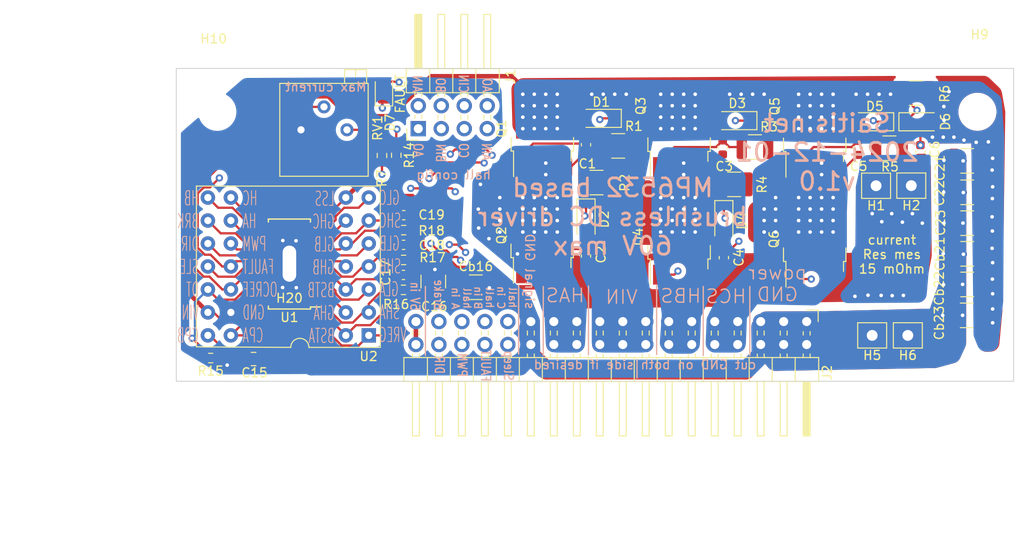
<source format=kicad_pcb>
(kicad_pcb (version 20211014) (generator pcbnew)
  (layers (0 "F.Cu" signal) (1 "In1.Cu" signal) (2 "In2.Cu" signal) (31 "B.Cu" signal) (34 "B.Paste" user) (35 "F.Paste" user) (36 "B.SilkS" user "B.Silkscreen") (37 "F.SilkS" user "F.Silkscreen") (38 "B.Mask" user) (39 "F.Mask" user) (44 "Edge.Cuts" user))
  (net 0 "")
  (net 1 "HAS")
  (net 2 "Net-(C1-Pad2)")
  (net 3 "Net-(C2-Pad2)")
  (net 4 "GND")
  (net 5 "LSS")
  (net 6 "Net-(C17-Pad2)")
  (net 7 "Net-(C18-Pad2)")
  (net 8 "Net-(C19-Pad2)")
  (net 9 "VIN")
  (net 10 "Net-(C3-Pad2)")
  (net 11 "Net-(C4-Pad2)")
  (net 12 "HBS")
  (net 13 "HCS")
  (net 14 "Net-(C5-Pad2)")
  (net 15 "Net-(C6-Pad2)")
  (net 16 "HAIN")
  (net 17 "HBIN")
  (net 18 "HCIN")
  (net 19 "Net-(D7-Pad2)")
  (net 20 "/SHA")
  (net 21 "/BSTA")
  (net 22 "/SHB")
  (net 23 "/SHC")
  (net 24 "/BSTB")
  (net 25 "/BSTC")
  (net 26 "/CPB")
  (net 27 "/CPA")
  (net 28 "/GHA")
  (net 29 "/GLA")
  (net 30 "/GHB")
  (net 31 "/GLB")
  (net 32 "/GHC")
  (net 33 "/GLC")
  (net 34 "/HA")
  (net 35 "/HB")
  (net 36 "/HC")
  (net 37 "/VREG")
  (net 38 "/nBRAKE")
  (net 39 "/PWM")
  (net 40 "/DIR")
  (net 41 "/nFAULT")
  (net 42 "/nSLEEP")
  (net 43 "/OCREF")
  (net 44 "/DT")
  (net 45 "Net-(R7-Pad1)")
  (net 46 "5V")
  (footprint "Package_TO_SOT_SMD:TO-252-2" (layer "F.Cu") (at 107.188 48.328 90)
    (fp_text reference "Q5")
    (fp_text value "Q_NMOS_GDS")
  )
  (footprint "Connector_Pin:Pin_D1.2mm_L10.2mm_W2.9mm_FlatFork" (layer "F.Cu") (at 117.86 54.56)
    (fp_text reference "H2")
    (fp_text value "MountingHole_Pad")
  )
  (footprint "Package_TO_SOT_SMD:TO-252-2" (layer "F.Cu") (at 77.089 48.26 90)
    (fp_text reference "Q1")
    (fp_text value "Q_NMOS_GDS")
  )
  (footprint "Diode_SMD:D_SOD-123" (layer "F.Cu") (at 81.915 58.28 -90)
    (fp_text reference "D2")
    (fp_text value "schottky 30V/1A B130LAW")
  )
  (footprint "Capacitor_SMD:C_0805_2012Metric" (layer "F.Cu") (at 45.18 73.74)
    (fp_text reference "C15")
    (fp_text value "470nF/100V")
  )
  (footprint "Resistor_SMD:R_1210_3225Metric" (layer "F.Cu") (at 118.364 44.323)
    (fp_text reference "R6")
    (fp_text value "2")
  )
  (footprint "Package_TO_SOT_SMD:TO-252-2" (layer "F.Cu") (at 107.188 60.478 90)
    (fp_text reference "Q6")
    (fp_text value "Q_NMOS_GDS")
  )
  (footprint "Resistor_SMD:R_1210_3225Metric" (layer "F.Cu") (at 98.29 54.42)
    (fp_text reference "R4")
    (fp_text value "2")
  )
  (footprint "Capacitor_SMD:C_0603_1608Metric" (layer "F.Cu") (at 97.022 50.336 90)
    (fp_text reference "C3")
    (fp_text value "C TBD")
  )
  (footprint "MountingHole:MountingHole_3.2mm_M3_DIN965" (layer "F.Cu") (at 41.17 46.39)
    (fp_text reference "H10")
    (fp_text value "MountingHole")
  )
  (footprint "Diode_SMD:D_SOD-123" (layer "F.Cu") (at 83.566 47.117 180)
    (fp_text reference "D1")
    (fp_text value "schottky 30V/1A B130LAW")
  )
  (footprint "Capacitor_SMD:C_0603_1608Metric" (layer "F.Cu") (at 118.87 50.85 90)
    (fp_text reference "C6")
    (fp_text value "C TBD")
  )
  (footprint "Resistor_SMD:R_1210_3225Metric" (layer "F.Cu") (at 83.08 54.22)
    (fp_text reference "R2")
    (fp_text value "2")
  )
  (footprint "Resistor_SMD:R_0603_1608Metric" (layer "F.Cu") (at 61.74 66.09 180)
    (fp_text reference "R16")
    (fp_text value "10")
  )
  (footprint "Capacitor_SMD:C_1210_3225Metric" (layer "F.Cu") (at 124.04 51.82 180)
    (fp_text reference "C21")
    (fp_text value "4.7uF")
  )
  (footprint "Capacitor_SMD:C_1210_3225Metric" (layer "F.Cu") (at 69.74 65.8)
    (fp_text reference "Cb16")
    (fp_text value "4.7uF")
  )
  (footprint "Capacitor_SMD:C_0603_1608Metric" (layer "F.Cu") (at 61.74 64.439)
    (fp_text reference "C17")
    (fp_text value "C")
  )
  (footprint "Resistor_SMD:R_0603_1608Metric" (layer "F.Cu") (at 60.95 51.2 -90)
    (fp_text reference "R14")
    (fp_text value "1000")
  )
  (footprint "Package_TO_SOT_SMD:TO-252-2" (layer "F.Cu") (at 92.203 48.304 90)
    (fp_text reference "Q3")
    (fp_text value "Q_NMOS_GDS")
  )
  (footprint "Potentiometer_THT:Potentiometer_Bourns_3296P_Horizontal" (layer "F.Cu") (at 55.499 48.387 -90)
    (fp_text reference "RV1")
    (fp_text value "1000")
  )
  (footprint "LED_SMD:LED_0805_2012Metric" (layer "F.Cu") (at 59.59 44.06 90)
    (fp_text reference "D7")
    (fp_text value "LED")
  )
  (footprint "Resistor_SMD:R_0603_1608Metric" (layer "F.Cu") (at 59.37 51.23 -90)
    (fp_text reference "R7")
    (fp_text value "1000")
  )
  (footprint "Capacitor_SMD:C_1210_3225Metric" (layer "F.Cu") (at 124.04 55.3 180)
    (fp_text reference "C22")
    (fp_text value "4.7uF")
  )
  (footprint "Resistor_SMD:R_1210_3225Metric" (layer "F.Cu") (at 115.443 50.419 180)
    (fp_text reference "R5")
    (fp_text value "2")
  )
  (footprint "Capacitor_SMD:C_1210_3225Metric" (layer "F.Cu") (at 124.04 58.71 180)
    (fp_text reference "C23")
    (fp_text value "4.7uF")
  )
  (footprint "Package_SO:TSSOP-28-1EP_4.4x9.7mm_P0.65mm" (layer "F.Cu") (at 49.14 63.23125 180)
    (fp_text reference "U1")
    (fp_text value "MP6532")
  )
  (footprint "Capacitor_SMD:C_0603_1608Metric" (layer "F.Cu") (at 61.77 57.829)
    (fp_text reference "C19")
    (fp_text value "C")
  )
  (footprint "Capacitor_SMD:C_1210_3225Metric" (layer "F.Cu") (at 124.04 62.1 180)
    (fp_text reference "Cb21")
    (fp_text value "4.7uF")
  )
  (footprint "Package_TO_SOT_SMD:TO-252-2" (layer "F.Cu") (at 92.203 60.207 90)
    (fp_text reference "Q4")
    (fp_text value "Q_NMOS_GDS")
  )
  (footprint "Resistor_SMD:R_1210_3225Metric" (layer "F.Cu") (at 85.471 50.165)
    (fp_text reference "R1")
    (fp_text value "2")
  )
  (footprint "Capacitor_SMD:C_0603_1608Metric" (layer "F.Cu") (at 61.755 61.11)
    (fp_text reference "C18")
    (fp_text value "C")
  )
  (footprint "Connector_Pin:Pin_D1.2mm_L10.2mm_W2.9mm_FlatFork" (layer "F.Cu") (at 113.538 71.125)
    (fp_text reference "H5")
    (fp_text value "MountingHole_Pad")
  )
  (footprint "Resistor_SMD:R_0603_1608Metric" (layer "F.Cu") (at 61.76 62.78 180)
    (fp_text reference "R17")
    (fp_text value "10")
  )
  (footprint "Connector_PinHeader_2.54mm:PinHeader_2x04_P2.54mm_Horizontal" (layer "F.Cu") (at 63.383 48.26 90)
    (fp_text reference "J1")
    (fp_text value "Conn_02x04_Odd_Even")
  )
  (footprint "MountingHole:MountingHole_3.2mm_M3_DIN965" (layer "F.Cu") (at 125.17 46.39)
    (fp_text reference "H9")
    (fp_text value "MountingHole")
  )
  (footprint "Capacitor_SMD:C_0603_1608Metric" (layer "F.Cu") (at 81.915 50.038 90)
    (fp_text reference "C1")
    (fp_text value "C TBD")
  )
  (footprint "Diode_SMD:D_SOD-123" (layer "F.Cu") (at 113.665 47.498 180)
    (fp_text reference "D5")
    (fp_text value "schottky 30V/1A B130LAW")
  )
  (footprint "Capacitor_SMD:C_1210_3225Metric" (layer "F.Cu") (at 123.99 68.91 180)
    (fp_text reference "Cb23")
    (fp_text value "4.7uF")
  )
  (footprint "Diode_SMD:D_SOD-123" (layer "F.Cu") (at 97.149 58.464 -90)
    (fp_text reference "D4")
    (fp_text value "schottky 30V/1A B130LAW")
  )
  (footprint "Capacitor_SMD:C_1210_3225Metric" (layer "F.Cu") (at 65.04 65.17 90)
    (fp_text reference "C16")
    (fp_text value "4.7uF")
  )
  (footprint "Diode_SMD:D_SOD-123" (layer "F.Cu") (at 98.552 47.371 180)
    (fp_text reference "D3")
    (fp_text value "schottky 30V/1A B130LAW")
  )
  (footprint "Capacitor_SMD:C_1210_3225Metric" (layer "F.Cu") (at 124.04 65.49 180)
    (fp_text reference "Cb22")
    (fp_text value "4.7uF")
  )
  (footprint "Library:28-pin-deca" (layer "F.Cu") (at 57.912 71.12 180)
    (fp_text reference "U2")
    (fp_text value "MP6532")
  )
  (footprint "Diode_SMD:D_SOD-123" (layer "F.Cu") (at 118.745 47.498)
    (fp_text reference "D6")
    (fp_text value "schottky 30V/1A B130LAW")
  )
  (footprint "Connector_Pin:Pin_D1.2mm_L10.2mm_W2.9mm_FlatFork" (layer "F.Cu") (at 113.97 54.57)
    (fp_text reference "H1")
    (fp_text value "MountingHole_Pad")
  )
  (footprint "Package_TO_SOT_SMD:TO-252-2" (layer "F.Cu") (at 77.075 60.055 90)
    (fp_text reference "Q2")
    (fp_text value "Q_NMOS_GDS")
  )
  (footprint "Connector_PinHeader_2.54mm:PinHeader_2x18_P2.54mm_Horizontal" (layer "F.Cu") (at 106.299 69.596 -90)
    (fp_text reference "J2")
    (fp_text value "Conn_02x20_Odd_Even")
  )
  (footprint "Connector_Pin:Pin_D1.2mm_L10.2mm_W2.9mm_FlatFork" (layer "F.Cu") (at 117.478 71.125)
    (fp_text reference "H6")
    (fp_text value "MountingHole_Pad")
  )
  (footprint "Resistor_SMD:R_1210_3225Metric" (layer "F.Cu") (at 100.584 50.292 180)
    (fp_text reference "R3")
    (fp_text value "2")
  )
  (footprint "Capacitor_SMD:C_0603_1608Metric" (layer "F.Cu") (at 97.149 62.528 90)
    (fp_text reference "C4")
    (fp_text value "C TBD")
  )
  (footprint "Connector_Pin:Pin_D1.2mm_L10.2mm_W2.9mm_FlatFork" (layer "F.Cu") (at 49.14 63.19)
    (fp_text reference "H20")
    (fp_text value "MountingHole_Pad" hide)
  )
  (footprint "Resistor_SMD:R_0603_1608Metric" (layer "F.Cu") (at 40.44 73.63 180)
    (fp_text reference "R15")
    (fp_text value "220K")
  )
  (footprint "Capacitor_SMD:C_0603_1608Metric" (layer "F.Cu") (at 81.915 62.344 90)
    (fp_text reference "C2")
    (fp_text value "C TBD")
  )
  (footprint "Capacitor_SMD:C_0603_1608Metric" (layer "F.Cu") (at 111.957 50.386 90)
    (fp_text reference "C5")
    (fp_text value "C TBD")
  )
  (footprint "Resistor_SMD:R_0603_1608Metric" (layer "F.Cu") (at 61.77 59.48 180)
    (fp_text reference "R18")
    (fp_text value "10")
  )
  (gr_line (start 82.19 73.29) (end 82.19 65.67) (layer "B.SilkS") (width 0.15))
  (gr_line (start 89.72 73.24) (end 89.72 65.62) (layer "B.SilkS") (width 0.15))
  (gr_line (start 64.17 73.34) (end 64.17 65.72) (layer "B.SilkS") (width 0.15))
  (gr_line (start 77.19 73.34) (end 77.19 65.72) (layer "B.SilkS") (width 0.15))
  (gr_line (start 100.02 73.34) (end 100.02 65.72) (layer "B.SilkS") (width 0.15))
  (gr_line (start 74.47 73.19) (end 74.47 65.57) (layer "B.SilkS") (width 0.15))
  (gr_line (start 87.55 73.81) (end 87.55 75.84) (layer "B.SilkS") (width 0.15))
  (gr_line (start 94.87 73.34) (end 94.87 65.72) (layer "B.SilkS") (width 0.15))
  (gr_rect (start 36.64 41.6) (end 129.17 76.2) (layer "Edge.Cuts") (width 0.1) (fill none))
  (gr_text "signal GND" (at 75.7 64.04 270) (layer "B.SilkS") (effects (font (size 1 1)) (justify mirror)))
  (gr_text "AIN" (at 70.91 50.81 270) (layer "B.SilkS") (effects (font (size 1 0.8)) (justify mirror)))
  (gr_text "BIN" (at 65.85 50.95 270) (layer "B.SilkS") (effects (font (size 1 0.8)) (justify mirror)))
  (gr_text "hall\nA in" (at 68.13 67.02 270) (layer "B.SilkS") (effects (font (size 0.8 0.8)) (justify mirror)))
  (gr_text "HC\nHA\nPWM\nFAULT\nOCREF\nGND\nCPA" (at 43.9 63.55) (layer "B.SilkS") (effects (font (size 1.57 0.8) (thickness 0.1)) (justify right mirror)))
  (gr_text "HAS" (at 79.62 66.71) (layer "B.SilkS") (effects (font (size 1.5 1.5)) (justify mirror)))
  (gr_text "CO" (at 68.38 50.69 270) (layer "B.SilkS") (effects (font (size 1 0.8)) (justify mirror)))
  (gr_text "FAULT" (at 70.84 74.48 270) (layer "B.SilkS") (effects (font (size 1 0.8)) (justify mirror)))
  (gr_text "HBS" (at 92.39 66.76) (layer "B.SilkS") (effects (font (size 1.5 1.5)) (justify mirror)))
  (gr_text "hall\nC in" (at 73.16 66.94 270) (layer "B.SilkS") (effects (font (size 0.8 0.8)) (justify mirror)))
  (gr_text "AIN" (at 63.27 43.29 270) (layer "B.SilkS") (effects (font (size 1 0.8)) (justify mirror)))
  (gr_text "GLC\nSHC\nGLB\nSHB\nGLA\nSHA\nVREG" (at 59.01 63.5) (layer "B.SilkS") (effects (font (size 1.57 0.8) (thickness 0.1)) (justify right mirror)))
  (gr_text "HCS" (at 97.39 66.81) (layer "B.SilkS") (effects (font (size 1.5 1.5)) (justify mirror)))
  (gr_text "CIN" (at 68.38 43.29 270) (layer "B.SilkS") (effects (font (size 1 0.8)) (justify mirror)))
  (gr_text "hall\nB in" (at 70.62 66.96 270) (layer "B.SilkS") (effects (font (size 0.8 0.8)) (justify mirror)))
  (gr_text "Saitis.net\n2024-12-01\nv1.0" (at 108.56 50.87) (layer "B.SilkS") (effects (font (size 2 2) (thickness 0.3)) (justify mirror)))
  (gr_text "MP6532 based\nbrushless DC driver\n60V max" (at 84.87 58.01) (layer "B.SilkS") (effects (font (size 2 2) (thickness 0.3)) (justify mirror)))
  (gr_text "power\nGND" (at 103.08 65.39) (layer "B.SilkS") (effects (font (size 1.5 1.5)) (justify mirror)))
  (gr_text "BO" (at 65.82 43.46 270) (layer "B.SilkS") (effects (font (size 1 0.8)) (justify mirror)))
  (gr_text "Sleep" (at 73.36 74.48 270) (layer "B.SilkS") (effects (font (size 1 0.8)) (justify mirror)))
  (gr_text "cut GND on both side if desired" (at 88.43 74.36) (layer "B.SilkS") (effects (font (size 1 1)) (justify mirror)))
  (gr_text "LSS\nGHC\nGLB\nGHB\nBSTB\nGHA\nBSTA" (at 54.19 63.6) (layer "B.SilkS") (effects (font (size 1.57 0.8) (thickness 0.1)) (justify left mirror)))
  (gr_text "VIN" (at 85.85 66.88) (layer "B.SilkS") (effects (font (size 1.5 1.5)) (justify mirror)))
  (gr_text "5V in" (at 63.02 66.8 270) (layer "B.SilkS") (effects (font (size 1 0.8)) (justify mirror)))
  (gr_text "Max current" (at 53.17 43.64) (layer "B.SilkS") (effects (font (size 1 1)) (justify mirror)))
  (gr_text "HB\nBRK\nDIR\nSLE\nDT\nVIN\nCPB" (at 39.2 63.55) (layer "B.SilkS") (effects (font (size 1.57 0.8) (thickness 0.1)) (justify left mirror)))
  (gr_text "DIR" (at 65.72 74.38 270) (layer "B.SilkS") (effects (font (size 1 0.8)) (justify mirror)))
  (gr_text "hall config" (at 67.29 53.36) (layer "B.SilkS") (effects (font (size 1 1)) (justify mirror)))
  (gr_text "PWM" (at 68.23 74.4 270) (layer "B.SilkS") (effects (font (size 1 0.8)) (justify mirror)))
  (gr_text "AO" (at 63.36 50.64 270) (layer "B.SilkS") (effects (font (size 1 0.8)) (justify mirror)))
  (gr_text "Brake\n" (at 65.64 66.64 270) (layer "B.SilkS") (effects (font (size 1 0.8)) (justify mirror)))
  (gr_text "AO" (at 70.98 43.46 270) (layer "B.SilkS") (effects (font (size 1 0.8)) (justify mirror)))
  (gr_text "current\nRes mes\n15 mOhm" (at 115.72 62.17) (layer "F.SilkS") (effects (font (size 1 1))))
  (gr_text "FAULT" (at 61.38 44.4 90) (layer "F.SilkS") (effects (font (size 1 1))))
  (segment (start 81.915 50.813) (end 80.268 52.46) (width 0.25) (layer "F.Cu") (net 1))
  (segment (start 80.268 52.46) (end 79.369 52.46) (width 0.25) (layer "F.Cu") (net 1))
  (via (at 77.47 52.07) (size 0.8) (drill 0.4) (layers "F.Cu" "B.Cu") (net 1))
  (via (at 72.39 55.88) (size 0.8) (drill 0.4) (layers "F.Cu" "B.Cu") (net 1))
  (via (at 72.39 58.42) (size 0.8) (drill 0.4) (layers "F.Cu" "B.Cu") (net 1))
  (via (at 74.93 55.88) (size 0.8) (drill 0.4) (layers "F.Cu" "B.Cu") (net 1))
  (via (at 77.47 57.15) (size 0.8) (drill 0.4) (layers "F.Cu" "B.Cu") (net 1))
  (via (at 70.25 54.42) (size 0.8) (drill 0.4) (layers "F.Cu" "B.Cu") (net 1))
  (via (at 76.2 59.69) (size 0.8) (drill 0.4) (layers "F.Cu" "B.Cu") (net 1))
  (via (at 70.01 57.16) (size 0.8) (drill 0.4) (layers "F.Cu" "B.Cu") (net 1))
  (via (at 74.93 59.69) (size 0.8) (drill 0.4) (layers "F.Cu" "B.Cu") (net 1))
  (via (at 78.74 58.42) (size 0.8) (drill 0.4) (layers "F.Cu" "B.Cu") (net 1))
  (via (at 74.93 58.42) (size 0.8) (drill 0.4) (layers "F.Cu" "B.Cu") (net 1))
  (via (at 77.47 59.69) (size 0.8) (drill 0.4) (layers "F.Cu" "B.Cu") (net 1))
  (via (at 76.2 57.15) (size 0.8) (drill 0.4) (layers "F.Cu" "B.Cu") (net 1))
  (via (at 78.74 59.69) (size 0.8) (drill 0.4) (layers "F.Cu" "B.Cu") (net 1))
  (via (at 70.05 59.25) (size 0.8) (drill 0.4) (layers "F.Cu" "B.Cu") (net 1))
  (via (at 78.74 57.15) (size 0.8) (drill 0.4) (layers "F.Cu" "B.Cu") (net 1))
  (via (at 77.47 58.42) (size 0.8) (drill 0.4) (layers "F.Cu" "B.Cu") (net 1))
  (via (at 77.47 55.88) (size 0.8) (drill 0.4) (layers "F.Cu" "B.Cu") (net 1))
  (via (at 76.2 55.88) (size 0.8) (drill 0.4) (layers "F.Cu" "B.Cu") (net 1))
  (via (at 72.39 57.15) (size 0.8) (drill 0.4) (layers "F.Cu" "B.Cu") (net 1))
  (via (at 74.34 62.11) (size 0.8) (drill 0.4) (layers "F.Cu" "B.Cu") (net 1))
  (via (at 77.47 53.34) (size 0.8) (drill 0.4) (layers "F.Cu" "B.Cu") (net 1))
  (via (at 71.19 60.43) (size 0.8) (drill 0.4) (layers "F.Cu" "B.Cu") (net 1))
  (via (at 72.39 59.69) (size 0.8) (drill 0.4) (layers "F.Cu" "B.Cu") (net 1))
  (via (at 76.2 58.42) (size 0.8) (drill 0.4) (layers "F.Cu" "B.Cu") (net 1))
  (via (at 78.74 55.88) (size 0.8) (drill 0.4) (layers "F.Cu" "B.Cu") (net 1))
  (via (at 74.93 57.15) (size 0.8) (drill 0.4) (layers "F.Cu" "B.Cu") (net 1))
  (segment (start 81.915 47.118) (end 81.916 47.117) (width 0.25) (layer "F.Cu") (net 2))
  (segment (start 74.809 51.175) (end 76.073 49.911) (width 0.25) (layer "F.Cu") (net 2))
  (segment (start 86.07 46.192) (end 86.9335 47.0555) (width 0.25) (layer "F.Cu") (net 2))
  (segment (start 86.9335 47.0555) (end 86.9335 50.165) (width 0.25) (layer "F.Cu") (net 2))
  (segment (start 81.915 49.263) (end 81.915 47.118) (width 0.25) (layer "F.Cu") (net 2))
  (segment (start 81.916 46.735) (end 82.459 46.192) (width 0.25) (layer "F.Cu") (net 2))
  (segment (start 74.809 52.46) (end 74.809 51.175) (width 0.25) (layer "F.Cu") (net 2))
  (segment (start 82.459 46.192) (end 86.07 46.192) (width 0.25) (layer "F.Cu") (net 2))
  (segment (start 76.073 49.911) (end 81.267 49.911) (width 0.25) (layer "F.Cu") (net 2))
  (segment (start 81.267 49.911) (end 81.915 49.263) (width 0.25) (layer "F.Cu") (net 2))
  (segment (start 81.916 47.117) (end 81.916 46.735) (width 0.25) (layer "F.Cu") (net 2))
  (segment (start 74.795 63.635) (end 76.861 61.569) (width 0.25) (layer "F.Cu") (net 3))
  (segment (start 81.915 59.93) (end 81.915 59.309) (width 0.25) (layer "F.Cu") (net 3))
  (segment (start 76.861 61.569) (end 81.915 61.569) (width 0.25) (layer "F.Cu") (net 3))
  (segment (start 81.915 59.309) (end 84.9015 56.3225) (width 0.25) (layer "F.Cu") (net 3))
  (segment (start 74.795 64.255) (end 74.795 63.635) (width 0.25) (layer "F.Cu") (net 3))
  (segment (start 81.915 61.569) (end 81.915 59.93) (width 0.25) (layer "F.Cu") (net 3))
  (segment (start 84.9015 56.3225) (end 84.9015 53.721) (width 0.25) (layer "F.Cu") (net 3))
  (segment (start 41.265 73.63) (end 41.48 73.63) (width 0.25) (layer "F.Cu") (net 4))
  (segment (start 99.557081 75) (end 77.54 75) (width 2) (layer "F.Cu") (net 4))
  (segment (start 75.819 73.279) (end 75.819 69.596) (width 2) (layer "F.Cu") (net 4))
  (segment (start 45.499 65.521) (end 42.672 68.348) (width 0.25) (layer "F.Cu") (net 4))
  (segment (start 41.48 73.63) (end 42.26 74.41) (width 0.25) (layer "F.Cu") (net 4))
  (segment (start 101.219 73.338081) (end 99.557081 75) (width 2) (layer "F.Cu") (net 4))
  (segment (start 42.672 68.348) (end 42.672 68.58) (width 0.25) (layer "F.Cu") (net 4))
  (segment (start 46.299 65.521) (end 45.499 65.521) (width 0.25) (layer "F.Cu") (net 4))
  (segment (start 101.219 72.136) (end 101.219 73.338081) (width 2) (layer "F.Cu") (net 4))
  (segment (start 77.54 75) (end 75.819 73.279) (width 2) (layer "F.Cu") (net 4))
  (via (at 121.39 62.09) (size 0.8) (drill 0.4) (layers "F.Cu" "B.Cu") (net 4))
  (via (at 121.44 55.29) (size 0.8) (drill 0.4) (layers "F.Cu" "B.Cu") (net 4))
  (via (at 121.42 65.51) (size 0.8) (drill 0.4) (layers "F.Cu" "B.Cu") (net 4))
  (via (at 121.33 68.9) (size 0.8) (drill 0.4) (layers "F.Cu" "B.Cu") (net 4))
  (via (at 49.9 65.85) (size 0.8) (drill 0.4) (layers "F.Cu" "B.Cu") (net 4))
  (via (at 48.39 65.83) (size 0.8) (drill 0.4) (layers "F.Cu" "B.Cu") (net 4))
  (via (at 65.22 63.83) (size 0.8) (drill 0.4) (layers "F.Cu" "B.Cu") (net 4))
  (via (at 121.47 58.7) (size 0.8) (drill 0.4) (layers "F.Cu" "B.Cu") (net 4))
  (via (at 123.53 68.9) (size 0.8) (drill 0.4) (layers "F.Cu" "B.Cu") (net 4))
  (via (at 49.87 60.66) (size 0.8) (drill 0.4) (layers "F.Cu" "B.Cu") (net 4))
  (via (at 42.26 74.41) (size 0.8) (drill 0.4) (layers "F.Cu" "B.Cu") (net 4))
  (via (at 123.59 51.82) (size 0.8) (drill 0.4) (layers "F.Cu" "B.Cu") (net 4))
  (via (at 123.53 65.48) (size 0.8) (drill 0.4) (layers "F.Cu" "B.Cu") (net 4))
  (via (at 123.57 58.7) (size 0.8) (drill 0.4) (layers "F.Cu" "B.Cu") (net 4))
  (via (at 123.62 62.15) (size 0.8) (drill 0.4) (layers "F.Cu" "B.Cu") (net 4))
  (via (at 48.41 60.63) (size 0.8) (drill 0.4) (layers "F.Cu" "B.Cu") (net 4))
  (via (at 123.61 55.32) (size 0.8) (drill 0.4) (layers "F.Cu" "B.Cu") (net 4))
  (via (at 121.47 51.75) (size 0.8) (drill 0.4) (layers "F.Cu" "B.Cu") (net 4))
  (via (at 71.23 65.87) (size 0.8) (drill 0.4) (layers "F.Cu" "B.Cu") (net 4))
  (segment (start 51.58 74.55) (end 49.25 72.22) (width 2) (layer "B.Cu") (net 4))
  (segment (start 101.219 73.338081) (end 99.754081 74.803) (width 2) (layer "B.Cu") (net 4))
  (segment (start 75.819 73.406) (end 75.819 72.136) (width 2) (layer "B.Cu") (net 4))
  (segment (start 47.69 68.58) (end 42.672 68.58) (width 2) (layer "B.Cu") (net 4))
  (segment (start 75.819 72.136) (end 75.819 69.596) (width 2) (layer "B.Cu") (net 4))
  (segment (start 99.754081 74.803) (end 79.367 74.803) (width 2) (layer "B.Cu") (net 4))
  (segment (start 50.419 56.781) (end 50.419 48.387) (width 2) (layer "B.Cu") (net 4))
  (segment (start 49.25 69.6) (end 49.25 69.44) (width 2) (layer "B.Cu") (net 4))
  (segment (start 101.219 72.136) (end 101.219 73.338081) (width 2) (layer "B.Cu") (net 4))
  (segment (start 77.216 74.803) (end 75.819 73.406) (width 2) (layer "B.Cu") (net 4))
  (segment (start 49.25 60.19) (end 49.25 57.95) (width 2) (layer "B.Cu") (net 4))
  (segment (start 75.819 73.338081) (end 74.607081 74.55) (width 2) (layer "B.Cu") (net 4))
  (segment (start 49.25 69.44) (end 48.04 68.23) (width 2) (layer "B.Cu") (net 4))
  (segment (start 49.25 69.6) (end 49.25 60.19) (width 2) (layer "B.Cu") (net 4))
  (segment (start 79.367 74.803) (end 77.216 74.803) (width 2) (layer "B.Cu") (net 4))
  (segment (start 75.819 72.136) (end 75.819 73.338081) (width 2) (layer "B.Cu") (net 4))
  (segment (start 48.04 68.23) (end 47.69 68.58) (width 2) (layer "B.Cu") (net 4))
  (segment (start 74.607081 74.55) (end 51.58 74.55) (width 2) (layer "B.Cu") (net 4))
  (segment (start 49.25 72.22) (end 49.25 69.6) (width 2) (layer "B.Cu") (net 4))
  (segment (start 49.25 57.95) (end 50.419 56.781) (width 2) (layer "B.Cu") (net 4))
  (segment (start 67.62 63.66) (end 66.276998 62.316998) (width 0.5) (layer "F.Cu") (net 5))
  (segment (start 58.65 54.43) (end 56.822 54.43) (width 0.5) (layer "F.Cu") (net 5))
  (segment (start 79.355 64.255) (end 78.76 63.66) (width 0.5) (layer "F.Cu") (net 5))
  (segment (start 76.615 65.805) (end 73.745 65.805) (width 0.5) (layer "F.Cu") (net 5))
  (segment (start 56.822 54.43) (end 55.372 55.88) (width 0.5) (layer "F.Cu") (net 5))
  (segment (start 59.93 55.71) (end 58.65 54.43) (width 0.5) (layer "F.Cu") (net 5))
  (segment (start 63.82 56.82) (end 62.71 55.71) (width 0.5) (layer "F.Cu") (net 5))
  (segment (start 66.276998 62.316998) (end 64.786998 62.316998) (width 0.5) (layer "F.Cu") (net 5))
  (segment (start 52.231 59.021) (end 55.372 55.88) (width 0.25) (layer "F.Cu") (net 5))
  (segment (start 63.82 61.35) (end 63.82 56.82) (width 0.5) (layer "F.Cu") (net 5))
  (segment (start 73.745 65.805) (end 71.6 63.66) (width 0.5) (layer "F.Cu") (net 5))
  (segment (start 51.999 59.021) (end 52.231 59.021) (width 0.25) (layer "F.Cu") (net 5))
  (segment (start 62.71 55.71) (end 59.93 55.71) (width 0.5) (layer "F.Cu") (net 5))
  (segment (start 78.76 63.66) (end 76.615 65.805) (width 0.5) (layer "F.Cu") (net 5))
  (segment (start 71.6 63.66) (end 67.62 63.66) (width 0.5) (layer "F.Cu") (net 5))
  (segment (start 64.786998 62.316998) (end 63.82 61.35) (width 0.5) (layer "F.Cu") (net 5))
  (via (at 119.08 58.71) (size 0.8) (drill 0.4) (layers "F.Cu" "B.Cu") (net 5))
  (via (at 114.6 58.55) (size 0.8) (drill 0.4) (layers "F.Cu" "B.Cu") (net 5))
  (via (at 113.08 66.68) (size 0.8) (drill 0.4) (layers "F.Cu" "B.Cu") (net 5))
  (via (at 115.697 57.658) (size 0.8) (drill 0.4) (layers "F.Cu" "B.Cu") (net 5))
  (via (at 114.53 66.7) (size 0.8) (drill 0.4) (layers "F.Cu" "B.Cu") (net 5))
  (via (at 113.538 57.658) (size 0.8) (drill 0.4) (layers "F.Cu" "B.Cu") (net 5))
  (via (at 116.99 66.7) (size 0.8) (drill 0.4) (layers "F.Cu" "B.Cu") (net 5))
  (via (at 117.983 57.658) (size 0.8) (drill 0.4) (layers "F.Cu" "B.Cu") (net 5))
  (via (at 115.75 66.73) (size 0.8) (drill 0.4) (layers "F.Cu" "B.Cu") (net 5))
  (via (at 116.88 58.6) (size 0.8) (drill 0.4) (layers "F.Cu" "B.Cu") (net 5))
  (via (at 111.633 66.802) (size 0.8) (drill 0.4) (layers "F.Cu" "B.Cu") (net 5))
  (segment (start 62.515 66.04) (end 62.565 66.09) (width 0.25) (layer "F.Cu") (net 6))
  (segment (start 62.515 64.439) (end 62.515 66.04) (width 0.25) (layer "F.Cu") (net 6))
  (segment (start 62.53 61.11) (end 62.53 62.725) (width 0.25) (layer "F.Cu") (net 7))
  (segment (start 62.53 62.725) (end 62.585 62.78) (width 0.25) (layer "F.Cu") (net 7))
  (segment (start 62.545 59.43) (end 62.595 59.48) (width 0.25) (layer "F.Cu") (net 8))
  (segment (start 62.545 57.829) (end 62.545 59.43) (width 0.25) (layer "F.Cu") (net 8))
  (segment (start 41.89269 69.705) (end 40.76769 68.58) (width 0.25) (layer "F.Cu") (net 9))
  (segment (start 43.797 67.873) (end 43.797 69.073) (width 0.25) (layer "F.Cu") (net 9))
  (segment (start 37.835998 55.136853) (end 37.835998 66.283998) (width 0.5) (layer "F.Cu") (net 9))
  (segment (start 64.804522 42.46) (end 60.374522 46.89) (width 0.5) (layer "F.Cu") (net 9))
  (segment (start 46.299 66.171) (end 45.499 66.171) (width 0.25) (layer "F.Cu") (net 9))
  (segment (start 53.44363 44.677) (end 48.354843 44.677) (width 0.5) (layer "F.Cu") (net 9))
  (segment (start 60.374522 46.89) (end 55.65663 46.89) (width 0.5) (layer "F.Cu") (net 9))
  (segment (start 37.835998 66.283998) (end 40.132 68.58) (width 0.5) (layer "F.Cu") (net 9))
  (segment (start 73.689 42.46) (end 64.804522 42.46) (width 0.5) (layer "F.Cu") (net 9))
  (segment (start 48.354843 44.677) (end 39.300845 53.730998) (width 0.5) (layer "F.Cu") (net 9))
  (segment (start 55.65663 46.89) (end 53.44363 44.677) (width 0.5) (layer "F.Cu") (net 9))
  (segment (start 39.241853 53.730998) (end 37.835998 55.136853) (width 0.5) (layer "F.Cu") (net 9))
  (segment (start 77.089 45.86) (end 73.689 42.46) (width 0.5) (layer "F.Cu") (net 9))
  (segment (start 43.165 69.705) (end 41.89269 69.705) (width 0.25) (layer "F.Cu") (net 9))
  (segment (start 43.797 69.073) (end 43.165 69.705) (width 0.25) (layer "F.Cu") (net 9))
  (segment (start 40.76769 68.58) (end 40.132 68.58) (width 0.25) (layer "F.Cu") (net 9))
  (segment (start 39.300845 53.730998) (end 39.241853 53.730998) (width 0.5) (layer "F.Cu") (net 9))
  (segment (start 45.499 66.171) (end 43.797 67.873) (width 0.25) (layer "F.Cu") (net 9))
  (segment (start 77.089 46.16) (end 77.089 45.86) (width 0.5) (layer "F.Cu") (net 9))
  (via (at 97.79 44.45) (size 0.8) (drill 0.4) (layers "F.Cu" "B.Cu") (net 9))
  (via (at 92.71 48.26) (size 0.8) (drill 0.4) (layers "F.Cu" "B.Cu") (net 9))
  (via (at 109.22 48.26) (size 0.8) (drill 0.4) (layers "F.Cu" "B.Cu") (net 9))
  (via (at 106.68 44.45) (size 0.8) (drill 0.4) (layers "F.Cu" "B.Cu") (net 9))
  (via (at 126.85 63.08) (size 0.8) (drill 0.4) (layers "F.Cu" "B.Cu") (net 9))
  (via (at 120.2 49.2) (size 0.8) (drill 0.4) (layers "F.Cu" "B.Cu") (net 9))
  (via (at 91.44 45.72) (size 0.8) (drill 0.4) (layers "F.Cu" "B.Cu") (net 9))
  (via (at 76.2 46.99) (size 0.8) (drill 0.4) (layers "F.Cu" "B.Cu") (net 9))
  (via (at 91.44 48.26) (size 0.8) (drill 0.4) (layers "F.Cu" "B.Cu") (net 9))
  (via (at 93.98 44.45) (size 0.8) (drill 0.4) (layers "F.Cu" "B.Cu") (net 9))
  (via (at 77.47 48.26) (size 0.8) (drill 0.4) (layers "F.Cu" "B.Cu") (net 9))
  (via (at 93.98 48.26) (size 0.8) (drill 0.4) (layers "F.Cu" "B.Cu") (net 9))
  (via (at 114.3 44.45) (size 0.8) (drill 0.4) (layers "F.Cu" "B.Cu") (net 9))
  (via (at 78.74 44.45) (size 0.8) (drill 0.4) (layers "F.Cu" "B.Cu") (net 9))
  (via (at 90.17 45.72) (size 0.8) (drill 0.4) (layers "F.Cu" "B.Cu") (net 9))
  (via (at 126.85 54.69) (size 0.8) (drill 0.4) (layers "F.Cu" "B.Cu") (net 9))
  (via (at 107.95 45.72) (size 0.8) (drill 0.4) (layers "F.Cu" "B.Cu") (net 9))
  (via (at 126.85 66.52) (size 0.8) (drill 0.4) (layers "F.Cu" "B.Cu") (net 9))
  (via (at 93.98 45.72) (size 0.8) (drill 0.4) (layers "F.Cu" "B.Cu") (net 9))
  (via (at 106.68 45.72) (size 0.8) (drill 0.4) (layers "F.Cu" "B.Cu") (net 9))
  (via (at 122.03 44.16) (size 0.8) (drill 0.4) (layers "F.Cu" "B.Cu") (net 9))
  (via (at 123.68 49.53) (size 0.8) (drill 0.4) (layers "F.Cu" "B.Cu") (net 9))
  (via (at 126.38 49.72) (size 0.8) (drill 0.4) (layers "F.Cu" "B.Cu") (net 9))
  (via (at 90.17 48.26) (size 0.8) (drill 0.4) (layers "F.Cu" "B.Cu") (net 9))
  (via (at 122.57 49.2) (size 0.8) (drill 0.4) (layers "F.Cu" "B.Cu") (net 9))
  (via (at 86.36 44.45) (size 0.8) (drill 0.4) (layers "F.Cu" "B.Cu") (net 9))
  (via (at 121.46 45.81) (size 0.8) (drill 0.4) (layers "F.Cu" "B.Cu") (net 9))
  (via (at 90.17 46.99) (size 0.8) (drill 0.4) (layers "F.Cu" "B.Cu") (net 9))
  (via (at 121.39 49.2) (size 0.8) (drill 0.4) (layers "F.Cu" "B.Cu") (net 9))
  (via (at 74.93 44.45) (size 0.8) (drill 0.4) (layers "F.Cu" "B.Cu") (net 9))
  (via (at 74.93 45.72) (size 0.8) (drill 0.4) (layers "F.Cu" "B.Cu") (net 9))
  (via (at 78.74 45.72) (size 0.8) (drill 0.4) (layers "F.Cu" "B.Cu") (net 9))
  (via (at 82.55 44.45) (size 0.8) (drill 0.4) (layers "F.Cu" "B.Cu") (net 9))
  (via (at 107.95 44.45) (size 0.8) (drill 0.4) (layers "F.Cu" "B.Cu") (net 9))
  (via (at 111.76 44.45) (size 0.8) (drill 0.4) (layers "F.Cu" "B.Cu") (net 9))
  (via (at 126.82 59.58) (size 0.8) (drill 0.4) (layers "F.Cu" "B.Cu") (net 9))
  (via (at 91.44 46.99) (size 0.8) (drill 0.4) (layers "F.Cu" "B.Cu") (net 9))
  (via (at 74.93 48.26) (size 0.8) (drill 0.4) (layers "F.Cu" "B.Cu") (net 9))
  (via (at 76.2 48.26) (size 0.8) (drill 0.4) (layers "F.Cu" "B.Cu") (net 9))
  (via (at 109.22 46.99) (size 0.8) (drill 0.4) (layers "F.Cu" "B.Cu") (net 9))
  (via (at 74.93 46.99) (size 0.8) (drill 0.4) (layers "F.Cu" "B.Cu") (net 9))
  (via (at 113.03 44.45) (size 0.8) (drill 0.4) (layers "F.Cu" "B.Cu") (net 9))
  (via (at 125.03 49.77) (size 0.8) (drill 0.4) (layers "F.Cu" "B.Cu") (net 9))
  (via (at 105.41 44.45) (size 0.8) (drill 0.4) (layers "F.Cu" "B.Cu") (net 9))
  (via (at 93.98 46.99) (size 0.8) (drill 0.4) (layers "F.Cu" "B.Cu") (net 9))
  (via (at 101.6 44.45) (size 0.8) (drill 0.4) (layers "F.Cu" "B.Cu") (net 9))
  (via (at 78.74 46.99) (size 0.8) (drill 0.4) (layers "F.Cu" "B.Cu") (net 9))
  (via (at 77.47 46.99) (size 0.8) (drill 0.4) (layers "F.Cu" "B.Cu") (net 9))
  (via (at 126.82 55.99) (size 0.8) (drill 0.4) (layers "F.Cu" "B.Cu") (net 9))
  (via (at 126.85 69.73) (size 0.8) (drill 0.4) (layers "F.Cu" "B.Cu") (net 9))
  (via (at 126.79 58.01) (size 0.8) (drill 0.4) (layers "F.Cu" "B.Cu") (net 9))
  (via (at 126.79 52.84) (size 0.8) (drill 0.4) (layers "F.Cu" "B.Cu") (net 9))
  (via (at 126.79 61.49) (size 0.8) (drill 0.4) (layers "F.Cu" "B.Cu") (net 9))
  (via (at 99.06 44.45) (size 0.8) (drill 0.4) (layers "F.Cu" "B.Cu") (net 9))
  (via (at 91.44 44.45) (size 0.8) (drill 0.4) (layers "F.Cu" "B.Cu") (net 9))
  (via (at 83.82 44.45) (size 0.8) (drill 0.4) (layers "F.Cu" "B.Cu") (net 9))
  (via (at 85.09 44.45) (size 0.8) (drill 0.4) (layers "F.Cu" "B.Cu") (net 9))
  (via (at 121.48 47.35) (size 0.8) (drill 0.4) (layers "F.Cu" "B.Cu") (net 9))
  (via (at 105.41 48.26) (size 0.8) (drill 0.4) (layers "F.Cu" "B.Cu") (net 9))
  (via (at 92.71 44.45) (size 0.8) (drill 0.4) (layers "F.Cu" "B.Cu") (net 9))
  (via (at 105.41 46.99) (size 0.8) (drill 0.4) (layers "F.Cu" "B.Cu") (net 9))
  (via (at 92.71 46.99) (size 0.8) (drill 0.4) (layers "F.Cu" "B.Cu") (net 9))
  (via (at 78.74 48.26) (size 0.8) (drill 0.4) (layers "F.Cu" "B.Cu") (net 9))
  (via (at 100.33 44.45) (size 0.8) (drill 0.4) (layers "F.Cu" "B.Cu") (net 9))
  (via (at 106.68 48.26) (size 0.8) (drill 0.4) (layers "F.Cu" "B.Cu") (net 9))
  (via (at 126.85 51.53) (size 0.8) (drill 0.4) (layers "F.Cu" "B.Cu") (net 9))
  (via (at 109.22 44.45) (size 0.8) (drill 0.4) (layers "F.Cu" "B.Cu") (net 9))
  (via (at 77.47 45.72) (size 0.8) (drill 0.4) (layers "F.Cu" "B.Cu") (net 9))
  (via (at 105.41 45.72) (size 0.8) (drill 0.4) (layers "F.Cu" "B.Cu") (net 9))
  (via (at 126.85 68.2) (size 0.8) (drill 0.4) (layers "F.Cu" "B.Cu") (net 9))
  (via (at 106.68 46.99) (size 0.8) (drill 0.4) (layers "F.Cu" "B.Cu") (net 9))
  (via (at 92.71 45.72) (size 0.8) (drill 0.4) (layers "F.Cu" "B.Cu") (net 9))
  (via (at 109.22 45.72) (size 0.8) (drill 0.4) (layers "F.Cu" "B.Cu") (net 9))
  (via (at 77.47 44.45) (size 0.8) (drill 0.4) (layers "F.Cu" "B.Cu") (net 9))
  (via (at 76.2 44.45) (size 0.8) (drill 0.4) (layers "F.Cu" "B.Cu") (net 9))
  (via (at 90.17 44.45) (size 0.8) (drill 0.4) (layers "F.Cu" "B.Cu") (net 9))
  (via (at 107.95 46.99) (size 0.8) (drill 0.4) (layers "F.Cu" "B.Cu") (net 9))
  (via (at 76.2 45.72) (size 0.8) (drill 0.4) (layers "F.Cu" "B.Cu") (net 9))
  (via (at 115.57 44.45) (size 0.8) (drill 0.4) (layers "F.Cu" "B.Cu") (net 9))
  (via (at 107.95 48.26) (size 0.8) (drill 0.4) (layers "F.Cu" "B.Cu") (net 9))
  (via (at 126.82 64.9) (size 0.8) (drill 0.4) (layers "F.Cu" "B.Cu") (net 9))
  (segment (start 89.923 52.504) (end 89.923 52.063) (width 0.25) (layer "F.Cu") (net 10))
  (segment (start 99.1215 50.292) (end 97.753 50.292) (width 0.25) (layer "F.Cu") (net 10))
  (segment (start 91.694 50.292) (end 96.291 50.292) (width 0.25) (layer "F.Cu") (net 10))
  (segment (start 97.022 47.491) (end 96.902 47.371) (width 0.25) (layer "F.Cu") (net 10))
  (segment (start 97.753 50.292) (end 97.022 49.561) (width 0.25) (layer "F.Cu") (net 10))
  (segment (start 96.291 50.292) (end 97.022 49.561) (width 0.25) (layer "F.Cu") (net 10))
  (segment (start 89.923 52.063) (end 91.694 50.292) (width 0.25) (layer "F.Cu") (net 10))
  (segment (start 97.022 49.561) (end 97.022 47.491) (width 0.25) (layer "F.Cu") (net 10))
  (segment (start 97.149 61.753) (end 97.149 60.114) (width 0.25) (layer "F.Cu") (net 11))
  (segment (start 91.6735 64.407) (end 92.075 64.0055) (width 0.25) (layer "F.Cu") (net 11))
  (segment (start 89.923 64.407) (end 91.6735 64.407) (width 0.25) (layer "F.Cu") (net 11))
  (segment (start 98.933 54.9295) (end 100.0145 53.848) (width 0.25) (layer "F.Cu") (net 11))
  (segment (start 97.759 61.753) (end 98.806 60.706) (width 0.25) (layer "F.Cu") (net 11))
  (segment (start 98.933 58.33) (end 98.933 54.9295) (width 0.25) (layer "F.Cu") (net 11))
  (segment (start 97.149 60.114) (end 98.933 58.33) (width 0.25) (layer "F.Cu") (net 11))
  (segment (start 97.149 61.753) (end 97.759 61.753) (width 0.25) (layer "F.Cu") (net 11))
  (via (at 92.075 64.0055) (size 0.8) (drill 0.4) (layers "F.Cu" "B.Cu") (net 11))
  (via (at 98.806 60.706) (size 0.8) (drill 0.4) (layers "F.Cu" "B.Cu") (net 11))
  (segment (start 97.022 51.111) (end 95.629 52.504) (width 0.25) (layer "F.Cu") (net 12))
  (segment (start 95.629 52.504) (end 94.483 52.504) (width 0.25) (layer "F.Cu") (net 12))
  (via (at 93.98 59.69) (size 0.8) (drill 0.4) (layers "F.Cu" "B.Cu") (net 12))
  (via (at 91.44 59.69) (size 0.8) (drill 0.4) (layers "F.Cu" "B.Cu") (net 12))
  (via (at 91.44 55.88) (size 0.8) (drill 0.4) (layers "F.Cu" "B.Cu") (net 12))
  (via (at 92.71 59.69) (size 0.8) (drill 0.4) (layers "F.Cu" "B.Cu") (net 12))
  (via (at 93.98 58.42) (size 0.8) (drill 0.4) (layers "F.Cu" "B.Cu") (net 12))
  (via (at 92.71 58.42) (size 0.8) (drill 0.4) (layers "F.Cu" "B.Cu") (net 12))
  (via (at 93.98 55.88) (size 0.8) (drill 0.4) (layers "F.Cu" "B.Cu") (net 12))
  (via (at 93.98 57.15) (size 0.8) (drill 0.4) (layers "F.Cu" "B.Cu") (net 12))
  (via (at 91.44 58.42) (size 0.8) (drill 0.4) (layers "F.Cu" "B.Cu") (net 12))
  (via (at 90.17 57.15) (size 0.8) (drill 0.4) (layers "F.Cu" "B.Cu") (net 12))
  (via (at 90.17 59.69) (size 0.8) (drill 0.4) (layers "F.Cu" "B.Cu") (net 12))
  (via (at 92.71 55.88) (size 0.8) (drill 0.4) (layers "F.Cu" "B.Cu") (net 12))
  (via (at 92.71 53.34) (size 0.8) (drill 0.4) (layers "F.Cu" "B.Cu") (net 12))
  (via (at 92.71 57.15) (size 0.8) (drill 0.4) (layers "F.Cu" "B.Cu") (net 12))
  (via (at 92.71 52.07) (size 0.8) (drill 0.4) (layers "F.Cu" "B.Cu") (net 12))
  (via (at 90.17 58.42) (size 0.8) (drill 0.4) (layers "F.Cu" "B.Cu") (net 12))
  (via (at 90.17 55.88) (size 0.8) (drill 0.4) (layers "F.Cu" "B.Cu") (net 12))
  (via (at 91.44 57.15) (size 0.8) (drill 0.4) (layers "F.Cu" "B.Cu") (net 12))
  (segment (start 111.957 51.161) (end 110.59 52.528) (width 0.25) (layer "F.Cu") (net 13))
  (segment (start 110.59 52.528) (end 109.468 52.528) (width 0.25) (layer "F.Cu") (net 13))
  (via (at 101.6 59.69) (size 0.8) (drill 0.4) (layers "F.Cu" "B.Cu") (net 13))
  (via (at 105.41 57.15) (size 0.8) (drill 0.4) (layers "F.Cu" "B.Cu") (net 13))
  (via (at 106.68 57.15) (size 0.8) (drill 0.4) (layers "F.Cu" "B.Cu") (net 13))
  (via (at 101.6 58.42) (size 0.8) (drill 0.4) (layers "F.Cu" "B.Cu") (net 13))
  (via (at 105.41 55.88) (size 0.8) (drill 0.4) (layers "F.Cu" "B.Cu") (net 13))
  (via (at 109.22 58.42) (size 0.8) (drill 0.4) (layers "F.Cu" "B.Cu") (net 13))
  (via (at 109.22 55.88) (size 0.8) (drill 0.4) (layers "F.Cu" "B.Cu") (net 13))
  (via (at 107.95 53.34) (size 0.8) (drill 0.4) (layers "F.Cu" "B.Cu") (net 13))
  (via (at 102.87 59.69) (size 0.8) (drill 0.4) (layers "F.Cu" "B.Cu") (net 13))
  (via (at 105.41 59.69) (size 0.8) (drill 0.4) (layers "F.Cu" "B.Cu") (net 13))
  (via (at 107.95 57.15) (size 0.8) (drill 0.4) (layers "F.Cu" "B.Cu") (net 13))
  (via (at 101.6 57.15) (size 0.8) (drill 0.4) (layers "F.Cu" "B.Cu") (net 13))
  (via (at 109.22 59.69) (size 0.8) (drill 0.4) (layers "F.Cu" "B.Cu") (net 13))
  (via (at 109.22 57.15) (size 0.8) (drill 0.4) (layers "F.Cu" "B.Cu") (net 13))
  (via (at 106.68 58.42) (size 0.8) (drill 0.4) (layers "F.Cu" "B.Cu") (net 13))
  (via (at 107.95 52.07) (size 0.8) (drill 0.4) (layers "F.Cu" "B.Cu") (net 13))
  (via (at 107.95 55.88) (size 0.8) (drill 0.4) (layers "F.Cu" "B.Cu") (net 13))
  (via (at 102.87 55.88) (size 0.8) (drill 0.4) (layers "F.Cu" "B.Cu") (net 13))
  (via (at 102.87 58.42) (size 0.8) (drill 0.4) (layers "F.Cu" "B.Cu") (net 13))
  (via (at 106.68 59.69) (size 0.8) (drill 0.4) (layers "F.Cu" "B.Cu") (net 13))
  (via (at 107.95 59.69) (size 0.8) (drill 0.4) (layers "F.Cu" "B.Cu") (net 13))
  (via (at 107.95 58.42) (size 0.8) (drill 0.4) (layers "F.Cu" "B.Cu") (net 13))
  (via (at 106.68 55.88) (size 0.8) (drill 0.4) (layers "F.Cu" "B.Cu") (net 13))
  (via (at 102.87 57.15) (size 0.8) (drill 0.4) (layers "F.Cu" "B.Cu") (net 13))
  (via (at 105.41 58.42) (size 0.8) (drill 0.4) (layers "F.Cu" "B.Cu") (net 13))
  (segment (start 113.1725 49.611) (end 113.9805 50.419) (width 0.25) (layer "F.Cu") (net 14))
  (segment (start 107.061 50.292) (end 111.276 50.292) (width 0.25) (layer "F.Cu") (net 14))
  (segment (start 111.957 47.556) (end 112.015 47.498) (width 0.25) (layer "F.Cu") (net 14))
  (segment (start 104.908 52.528) (end 104.908 52.445) (width 0.25) (layer "F.Cu") (net 14))
  (segment (start 111.957 49.611) (end 113.1725 49.611) (width 0.25) (layer "F.Cu") (net 14))
  (segment (start 111.957 49.611) (end 111.957 47.556) (width 0.25) (layer "F.Cu") (net 14))
  (segment (start 111.276 50.292) (end 111.957 49.611) (width 0.25) (layer "F.Cu") (net 14))
  (segment (start 104.908 52.445) (end 107.061 50.292) (width 0.25) (layer "F.Cu") (net 14))
  (segment (start 119.116 48.52) (end 119.373 48.52) (width 0.25) (layer "F.Cu") (net 15))
  (segment (start 119.8265 44.323) (end 119.8265 46.0395) (width 0.25) (layer "F.Cu") (net 15))
  (segment (start 106.8 64.89) (end 106.807 64.897) (width 0.25) (layer "F.Cu") (net 15))
  (segment (start 118.87 50.075) (end 118.87 48.766) (width 0.25) (layer "F.Cu") (net 15))
  (segment (start 120.395 46.61) (end 120.395 47.498) (width 0.25) (layer "F.Cu") (net 15))
  (segment (start 105.12 64.89) (end 106.8 64.89) (width 0.25) (layer "F.Cu") (net 15))
  (segment (start 120.396 46.609) (end 120.395 46.61) (width 0.25) (layer "F.Cu") (net 15))
  (segment (start 119.373 48.52) (end 120.395 47.498) (width 0.25) (layer "F.Cu") (net 15))
  (segment (start 104.908 64.678) (end 105.12 64.89) (width 0.25) (layer "F.Cu") (net 15))
  (segment (start 119.8265 46.0395) (end 120.396 46.609) (width 0.25) (layer "F.Cu") (net 15))
  (segment (start 118.87 48.766) (end 119.116 48.52) (width 0.25) (layer "F.Cu") (net 15))
  (via (at 106.807 64.897) (size 0.8) (drill 0.4) (layers "F.Cu" "B.Cu") (net 15))
  (via (at 118.88 50.09) (size 0.8) (drill 0.4) (layers "F.Cu" "B.Cu") (net 15))
  (segment (start 61.2 43.06) (end 61.26 43.12) (width 0.25) (layer "F.Cu") (net 19))
  (segment (start 60.95 50.375) (end 60.95 48.39) (width 0.25) (layer "F.Cu") (net 19))
  (segment (start 59.67 43.06) (end 61.2 43.06) (width 0.25) (layer "F.Cu") (net 19))
  (segment (start 59.6075 43.1225) (end 59.67 43.06) (width 0.25) (layer "F.Cu") (net 19))
  (segment (start 60.95 48.39) (end 61.025 48.315) (width 0.25) (layer "F.Cu") (net 19))
  (segment (start 59.59 43.1225) (end 59.6075 43.1225) (width 0.25) (layer "F.Cu") (net 19))
  (via (at 61.26 43.12) (size 0.8) (drill 0.4) (layers "F.Cu" "B.Cu") (net 19))
  (via (at 61.025 48.315) (size 0.8) (drill 0.4) (layers "F.Cu" "B.Cu") (net 19))
  (segment (start 57.27631 68.58) (end 57.912 68.58) (width 0.25) (layer "F.Cu") (net 20))
  (segment (start 51.999 66.171) (end 52.799 66.171) (width 0.25) (layer "F.Cu") (net 20))
  (segment (start 52.799 66.171) (end 53.323501 66.695501) (width 0.25) (layer "F.Cu") (net 20))
  (segment (start 57.912 67.630991) (end 57.912 68.58) (width 0.25) (layer "F.Cu") (net 20))
  (segment (start 60.965 64.439) (end 60.965 64.577991) (width 0.25) (layer "F.Cu") (net 20))
  (segment (start 53.323501 68.122492) (end 54.906009 69.705) (width 0.25) (layer "F.Cu") (net 20))
  (segment (start 60.965 64.577991) (end 57.912 67.630991) (width 0.25) (layer "F.Cu") (net 20))
  (segment (start 56.15131 69.705) (end 57.27631 68.58) (width 0.25) (layer "F.Cu") (net 20))
  (segment (start 53.323501 66.695501) (end 53.323501 68.122492) (width 0.25) (layer "F.Cu") (net 20))
  (segment (start 54.906009 69.705) (end 56.15131 69.705) (width 0.25) (layer "F.Cu") (net 20))
  (segment (start 52.874 68.622) (end 55.372 71.12) (width 0.25) (layer "F.Cu") (net 21))
  (segment (start 60.915 66.09) (end 60.915 67.167991) (width 0.25) (layer "F.Cu") (net 21))
  (segment (start 56.4965 69.9955) (end 55.372 71.12) (width 0.25) (layer "F.Cu") (net 21))
  (segment (start 52.874 66.896) (end 52.874 68.622) (width 0.25) (layer "F.Cu") (net 21))
  (segment (start 58.087491 69.9955) (end 56.4965 69.9955) (width 0.25) (layer "F.Cu") (net 21))
  (segment (start 51.999 66.821) (end 52.799 66.821) (width 0.25) (layer "F.Cu") (net 21))
  (segment (start 52.799 66.821) (end 52.874 66.896) (width 0.25) (layer "F.Cu") (net 21))
  (segment (start 60.915 67.167991) (end 58.087491 69.9955) (width 0.25) (layer "F.Cu") (net 21))
  (segment (start 60.302 61.11) (end 57.912 63.5) (width 0.25) (layer "F.Cu") (net 22))
  (segment (start 57.27631 63.5) (end 57.912 63.5) (width 0.25) (layer "F.Cu") (net 22))
  (segment (start 54.906009 64.625) (end 56.15131 64.625) (width 0.25) (layer "F.Cu") (net 22))
  (segment (start 51.999 63.571) (end 53.852009 63.571) (width 0.25) (layer "F.Cu") (net 22))
  (segment (start 53.852009 63.571) (end 54.906009 64.625) (width 0.25) (layer "F.Cu") (net 22))
  (segment (start 56.15131 64.625) (end 57.27631 63.5) (width 0.25) (layer "F.Cu") (net 22))
  (segment (start 60.98 61.11) (end 60.302 61.11) (width 0.25) (layer "F.Cu") (net 22))
  (segment (start 60.995 57.829) (end 60.404 58.42) (width 0.25) (layer "F.Cu") (net 23))
  (segment (start 53.770009 60.971) (end 54.906009 59.835) (width 0.25) (layer "F.Cu") (net 23))
  (segment (start 60.404 58.42) (end 57.912 58.42) (width 0.25) (layer "F.Cu") (net 23))
  (segment (start 51.999 60.971) (end 53.770009 60.971) (width 0.25) (layer "F.Cu") (net 23))
  (segment (start 56.497 59.835) (end 57.912 58.42) (width 0.25) (layer "F.Cu") (net 23))
  (segment (start 54.906009 59.835) (end 56.497 59.835) (width 0.25) (layer "F.Cu") (net 23))
  (segment (start 51.999 64.221) (end 53.553 64.221) (width 0.25) (layer "F.Cu") (net 24))
  (segment (start 56.497 64.915) (end 55.372 66.04) (width 0.25) (layer "F.Cu") (net 24))
  (segment (start 60.935 62.78) (end 58.8 64.915) (width 0.25) (layer "F.Cu") (net 24))
  (segment (start 53.553 64.221) (end 55.372 66.04) (width 0.25) (layer "F.Cu") (net 24))
  (segment (start 58.8 64.915) (end 56.497 64.915) (width 0.25) (layer "F.Cu") (net 24))
  (segment (start 51.999 61.621) (end 54.711 61.621) (width 0.25) (layer "F.Cu") (net 25))
  (segment (start 60.88 59.545) (end 57.495 59.545) (width 0.25) (layer "F.Cu") (net 25))
  (segment (start 60.945 59.48) (end 60.88 59.545) (width 0.25) (layer "F.Cu") (net 25))
  (segment (start 57.495 59.545) (end 56.08 60.96) (width 0.25) (layer "F.Cu") (net 25))
  (segment (start 54.711 61.621) (end 55.372 60.96) (width 0.25) (layer "F.Cu") (net 25))
  (segment (start 56.08 60.96) (end 55.372 60.96) (width 0.25) (layer "F.Cu") (net 25))
  (segment (start 46.299 69.083991) (end 46.299 67.471) (width 0.25) (layer "F.Cu") (net 26))
  (segment (start 44.23 73.74) (end 44.23 73.9) (width 0.25) (layer "F.Cu") (net 26))
  (segment (start 47.15 69.934991) (end 46.299 69.083991) (width 0.25) (layer "F.Cu") (net 26))
  (segment (start 44.288173 73.74) (end 42.962462 73.74) (width 0.25) (layer "F.Cu") (net 26))
  (segment (start 40.342462 71.12) (end 40.132 71.12) (width 0.25) (layer "F.Cu") (net 26))
  (segment (start 45.33 75) (end 46.56 75) (width 0.25) (layer "F.Cu") (net 26))
  (segment (start 46.56 75) (end 47.15 74.41) (width 0.25) (layer "F.Cu") (net 26))
  (segment (start 47.15 74.41) (end 47.15 69.934991) (width 0.25) (layer "F.Cu") (net 26))
  (segment (start 42.962462 73.74) (end 40.342462 71.12) (width 0.25) (layer "F.Cu") (net 26))
  (segment (start 44.23 73.9) (end 45.33 75) (width 0.25) (layer "F.Cu") (net 26))
  (segment (start 46.13 72.12) (end 45.13 71.12) (width 0.25) (layer "F.Cu") (net 27))
  (segment (start 45.32 68.472) (end 42.672 71.12) (width 0.25) (layer "F.Cu") (net 27))
  (segment (start 46.13 73.74) (end 46.13 72.12) (width 0.25) (layer "F.Cu") (net 27))
  (segment (start 45.52525 66.821) (end 45.32 67.02625) (width 0.25) (layer "F.Cu") (net 27))
  (segment (start 45.32 67.02625) (end 45.32 68.472) (width 0.25) (layer "F.Cu") (net 27))
  (segment (start 45.13 71.12) (end 42.672 71.12) (width 0.25) (layer "F.Cu") (net 27))
  (segment (start 46.299 66.821) (end 45.52525 66.821) (width 0.25) (layer "F.Cu") (net 27))
  (segment (start 53.773002 66.981002) (end 55.372 68.58) (width 0.25) (layer "F.Cu") (net 28))
  (segment (start 52.926 65.521) (end 53.773002 66.368002) (width 0.25) (layer "F.Cu") (net 28))
  (segment (start 85.216 47.117) (end 83.566 47.117) (width 0.25) (layer "F.Cu") (net 28))
  (segment (start 83.566 47.117) (end 83.439 47.244) (width 0.25) (layer "F.Cu") (net 28))
  (segment (start 85.216 47.117) (end 85.216 48.769) (width 0.25) (layer "F.Cu") (net 28))
  (segment (start 85.216 48.769) (end 84.0085 49.9765) (width 0.25) (layer "F.Cu") (net 28))
  (segment (start 84.0085 49.9765) (end 84.0085 50.165) (width 0.25) (layer "F.Cu") (net 28))
  (segment (start 51.999 65.521) (end 52.926 65.521) (width 0.25) (layer "F.Cu") (net 28))
  (segment (start 53.773002 66.368002) (end 53.773002 66.981002) (width 0.25) (layer "F.Cu") (net 28))
  (via (at 83.439 47.244) (size 0.8) (drill 0.4) (layers "F.Cu" "B.Cu") (net 28))
  (segment (start 54.229 66.174) (end 54.229 66.41893) (width 0.25) (layer "F.Cu") (net 29))
  (segment (start 54.307503 66.497433) (end 54.307503 66.566494) (width 0.25) (layer "F.Cu") (net 29))
  (segment (start 67.739386 61.082117) (end 66.812957 61.082117) (width 0.25) (layer "F.Cu") (net 29))
  (segment (start 51.999 64.871) (end 52.926 64.871) (width 0.25) (layer "F.Cu") (net 29))
  (segment (start 56.787 67.165) (end 57.912 66.04) (width 0.25) (layer "F.Cu") (net 29))
  (segment (start 54.307503 66.566494) (end 54.906009 67.165) (width 0.25) (layer "F.Cu") (net 29))
  (segment (start 52.926 64.871) (end 54.229 66.174) (width 0.25) (layer "F.Cu") (net 29))
  (segment (start 54.229 66.41893) (end 54.307503 66.497433) (width 0.25) (layer "F.Cu") (net 29))
  (segment (start 81.915 57.785) (end 81.788 57.912) (width 0.25) (layer "F.Cu") (net 29))
  (segment (start 68.606248 61.948979) (end 67.739386 61.082117) (width 0.25) (layer "F.Cu") (net 29))
  (segment (start 54.906009 67.165) (end 56.787 67.165) (width 0.25) (layer "F.Cu") (net 29))
  (segment (start 81.915 56.63) (end 81.915 57.785) (width 0.25) (layer "F.Cu") (net 29))
  (segment (start 81.915 56.63) (end 81.915 53.7825) (width 0.25) (layer "F.Cu") (net 29))
  (via (at 68.606248 61.948979) (size 0.8) (drill 0.4) (layers "F.Cu" "B.Cu") (net 29))
  (via (at 81.788 57.912) (size 0.8) (drill 0.4) (layers "F.Cu" "B.Cu") (net 29))
  (via (at 66.812957 61.082117) (size 0.8) (drill 0.4) (layers "F.Cu" "B.Cu") (net 29))
  (segment (start 102.0465 50.292) (end 102.0465 48.9605) (width 0.25) (layer "F.Cu") (net 30))
  (segment (start 100.202 47.371) (end 98.425 47.371) (width 0.25) (layer "F.Cu") (net 30))
  (segment (start 67.44 50.56) (end 66.92 51.08) (width 0.25) (layer "F.Cu") (net 30))
  (segment (start 54.793 62.921) (end 55.372 63.5) (width 0.25) (layer "F.Cu") (net 30))
  (segment (start 102.0465 48.9605) (end 100.457 47.371) (width 0.25) (layer "F.Cu") (net 30))
  (segment (start 71.54 51.2) (end 70.9 50.56) (width 0.25) (layer "F.Cu") (net 30))
  (segment (start 100.457 47.371) (end 100.202 47.371) (width 0.25) (layer "F.Cu") (net 30))
  (segment (start 51.999 62.921) (end 54.793 62.921) (width 0.25) (layer "F.Cu") (net 30))
  (segment (start 70.9 50.56) (end 67.44 50.56) (width 0.25) (layer "F.Cu") (net 30))
  (via (at 98.425 47.371) (size 0.8) (drill 0.4) (layers "F.Cu" "B.Cu") (net 30))
  (via (at 66.92 51.08) (size 0.8) (drill 0.4) (layers "F.Cu" "B.Cu") (net 30))
  (via (at 71.54 51.2) (size 0.8) (drill 0.4) (layers "F.Cu" "B.Cu") (net 30))
  (segment (start 66.514965 61.742497) (end 67.222468 62.45) (width 0.25) (layer "F.Cu") (net 31))
  (segment (start 56.601 62.271) (end 57.912 60.96) (width 0.25) (layer "F.Cu") (net 31))
  (segment (start 51.999 62.271) (end 56.601 62.271) (width 0.25) (layer "F.Cu") (net 31))
  (segment (start 67.689775 62.45) (end 68.050275 62.8105) (width 0.25) (layer "F.Cu") (net 31))
  (segment (start 97.149 53.9075) (end 97.149 56.814) (width 0.25) (layer "F.Cu") (net 31))
  (segment (start 65.893967 61.541499) (end 66.094965 61.742497) (width 0.25) (layer "F.Cu") (net 31))
  (segment (start 97.149 58.033) (end 97.282 58.166) (width 0.25) (layer "F.Cu") (net 31))
  (segment (start 97.149 56.814) (end 97.149 58.033) (width 0.25) (layer "F.Cu") (net 31))
  (segment (start 67.222468 62.45) (end 67.689775 62.45) (width 0.25) (layer "F.Cu") (net 31))
  (segment (start 64.78 60.96) (end 65.361499 61.541499) (width 0.25) (layer "F.Cu") (net 31))
  (segment (start 66.094965 61.742497) (end 66.514965 61.742497) (width 0.25) (layer "F.Cu") (net 31))
  (segment (start 65.361499 61.541499) (end 65.893967 61.541499) (width 0.25) (layer "F.Cu") (net 31))
  (via (at 64.78 60.96) (size 0.8) (drill 0.4) (layers "F.Cu" "B.Cu") (net 31))
  (via (at 68.050275 62.8105) (size 0.8) (drill 0.4) (layers "F.Cu" "B.Cu") (net 31))
  (via (at 97.282 58.166) (size 0.8) (drill 0.4) (layers "F.Cu" "B.Cu") (net 31))
  (segment (start 64.575999 53.78) (end 66.355999 52) (width 0.25) (layer "F.Cu") (net 32))
  (segment (start 116.9055 49.7225) (end 115.315 48.132) (width 0.25) (layer "F.Cu") (net 32))
  (segment (start 116.9055 50.419) (end 116.9055 49.7225) (width 0.25) (layer "F.Cu") (net 32))
  (segment (start 113.792 47.498) (end 113.665 47.371) (width 0.25) (layer "F.Cu") (net 32))
  (segment (start 115.315 48.132) (end 115.315 47.498) (width 0.25) (layer "F.Cu") (net 32))
  (segment (start 51.999 60.321) (end 53.471 60.321) (width 0.25) (layer "F.Cu") (net 32))
  (segment (start 70.61 52) (end 70.66 52.05) (width 0.25) (layer "F.Cu") (net 32))
  (segment (start 53.471 60.321) (end 55.372 58.42) (width 0.25) (layer "F.Cu") (net 32))
  (segment (start 66.355999 52) (end 70.61 52) (width 0.25) (layer "F.Cu") (net 32))
  (segment (start 115.315 47.498) (end 113.792 47.498) (width 0.25) (layer "F.Cu") (net 32))
  (via (at 113.665 47.371) (size 0.8) (drill 0.4) (layers "F.Cu" "B.Cu") (net 32))
  (via (at 64.575999 53.78) (size 0.8) (drill 0.4) (layers "F.Cu" "B.Cu") (net 32))
  (via (at 70.66 52.05) (size 0.8) (drill 0.4) (layers "F.Cu" "B.Cu") (net 32))
  (segment (start 52.926 59.671) (end 54.247 58.35) (width 0.25) (layer "F.Cu") (net 33))
  (segment (start 67.0905 54.86) (end 67.4655 55.235) (width 0.25) (layer "F.Cu") (net 33))
  (segment (start 51.999 59.671) (end 52.926 59.671) (width 0.25) (layer "F.Cu") (net 33))
  (segment (start 117.095 47.498) (end 117.221 47.498) (width 0.25) (layer "F.Cu") (net 33))
  (segment (start 62.55 54.86) (end 67.0905 54.86) (width 0.25) (layer "F.Cu") (net 33))
  (segment (start 54.247 57.954009) (end 55.196009 57.005) (width 0.25) (layer "F.Cu") (net 33))
  (segment (start 117.221 47.498) (end 118.491 46.228) (width 0.25) (layer "F.Cu") (net 33))
  (segment (start 56.787 57.005) (end 57.912 55.88) (width 0.25) (layer "F.Cu") (net 33))
  (segment (start 116.9015 44.323) (end 116.9015 44.6385) (width 0.25) (layer "F.Cu") (net 33))
  (segment (start 116.9015 44.6385) (end 118.491 46.228) (width 0.25) (layer "F.Cu") (net 33))
  (segment (start 55.196009 57.005) (end 56.787 57.005) (width 0.25) (layer "F.Cu") (net 33))
  (segment (start 54.247 58.35) (end 54.247 57.954009) (width 0.25) (layer "F.Cu") (net 33))
  (via (at 67.4655 55.235) (size 0.8) (drill 0.4) (layers "F.Cu" "B.Cu") (net 33))
  (via (at 62.55 54.86) (size 0.8) (drill 0.4) (layers "F.Cu" "B.Cu") (net 33))
  (via (at 118.491 46.228) (size 0.8) (drill 0.4) (layers "F.Cu" "B.Cu") (net 33))
  (segment (start 44.573 60.321) (end 42.672 58.42) (width 0.25) (layer "F.Cu") (net 34))
  (segment (start 46.299 60.321) (end 44.573 60.321) (width 0.25) (layer "F.Cu") (net 34))
  (segment (start 42.847991 57.005) (end 41.257 57.005) (width 0.25) (layer "F.Cu") (net 35))
  (segment (start 45.513991 59.671) (end 42.847991 57.005) (width 0.25) (layer "F.Cu") (net 35))
  (segment (start 41.257 57.005) (end 40.132 55.88) (width 0.25) (layer "F.Cu") (net 35))
  (segment (start 46.299 59.671) (end 45.513991 59.671) (width 0.25) (layer "F.Cu") (net 35))
  (segment (start 45.813 59.021) (end 42.672 55.88) (width 0.25) (layer "F.Cu") (net 36))
  (segment (start 46.299 59.021) (end 45.813 59.021) (width 0.25) (layer "F.Cu") (net 36))
  (segment (start 67.42 66.645) (end 65.04 66.645) (width 0.25) (layer "F.Cu") (net 37))
  (segment (start 54.906009 72.245) (end 56.787 72.245) (width 0.25) (layer "F.Cu") (net 37))
  (segment (start 59.18 71.12) (end 57.912 71.12) (width 0.25) (layer "F.Cu") (net 37))
  (segment (start 56.787 72.245) (end 57.912 71.12) (width 0.25) (layer "F.Cu") (net 37))
  (segment (start 51.999 69.337991) (end 54.906009 72.245) (width 0.25) (layer "F.Cu") (net 37))
  (segment (start 68.265 65.8) (end 67.42 66.645) (width 0.25) (layer "F.Cu") (net 37))
  (segment (start 65.04 66.645) (end 63.655 66.645) (width 0.25) (layer "F.Cu") (net 37))
  (segment (start 51.999 67.471) (end 51.999 69.337991) (width 0.25) (layer "F.Cu") (net 37))
  (segment (start 63.655 66.645) (end 59.18 71.12) (width 0.25) (layer "F.Cu") (net 37))
  (segment (start 46.299 60.971) (end 44.334 60.971) (width 0.25) (layer "F.Cu") (net 38))
  (segment (start 44.334 60.971) (end 43.198 59.835) (width 0.25) (layer "F.Cu") (net 38))
  (segment (start 43.198 59.835) (end 41.547 59.835) (width 0.25) (layer "F.Cu") (net 38))
  (segment (start 41.547 59.835) (end 40.132 58.42) (width 0.25) (layer "F.Cu") (net 38))
  (segment (start 43.333 61.621) (end 42.672 60.96) (width 0.25) (layer "F.Cu") (net 39))
  (segment (start 46.299 61.621) (end 43.333 61.621) (width 0.25) (layer "F.Cu") (net 39))
  (segment (start 46.299 62.271) (end 41.443 62.271) (width 0.25) (layer "F.Cu") (net 40))
  (segment (start 41.443 62.271) (end 40.132 60.96) (width 0.25) (layer "F.Cu") (net 40))
  (segment (start 39.666009 54.755) (end 40.355 54.755) (width 0.25) (layer "F.Cu") (net 41))
  (segment (start 43.251 62.921) (end 42.672 63.5) (width 0.25) (layer "F.Cu") (net 41))
  (segment (start 59.41 45.98) (end 59.41 44.6375) (width 0.25) (layer "F.Cu") (net 41))
  (segment (start 38.95 61.25) (end 39.007 61.193) (width 0.25) (layer "F.Cu") (net 41))
  (segment (start 46.299 62.921) (end 43.251 62.921) (width 0.25) (layer "F.Cu") (net 41))
  (segment (start 39.007 55.414009) (end 39.666009 54.755) (width 0.25) (layer "F.Cu") (net 41))
  (segment (start 42.672 63.5) (end 41.722991 63.5) (width 0.25) (layer "F.Cu") (net 41))
  (segment (start 40.422991 62.2) (end 39.781009 62.2) (width 0.25) (layer "F.Cu") (net 41))
  (segment (start 40.355 54.755) (end 41.4 53.71) (width 0.25) (layer "F.Cu") (net 41))
  (segment (start 39.007 61.193) (end 39.007 55.414009) (width 0.25) (layer "F.Cu") (net 41))
  (segment (start 39.781009 62.2) (end 38.95 61.368991) (width 0.25) (layer "F.Cu") (net 41))
  (segment (start 38.95 61.368991) (end 38.95 61.25) (width 0.25) (layer "F.Cu") (net 41))
  (segment (start 41.722991 63.5) (end 40.422991 62.2) (width 0.25) (layer "F.Cu") (net 41))
  (via (at 59.41 45.98) (size 0.8) (drill 0.4) (layers "F.Cu" "B.Cu") (net 41))
  (via (at 41.4 53.71) (size 0.8) (drill 0.4) (layers "F.Cu" "B.Cu") (net 41))
  (segment (start 44.191991 63.571) (end 43.132991 64.63) (width 0.25) (layer "F.Cu") (net 42))
  (segment (start 46.299 63.571) (end 44.191991 63.571) (width 0.25) (layer "F.Cu") (net 42))
  (segment (start 41.262 64.63) (end 40.132 63.5) (width 0.25) (layer "F.Cu") (net 42))
  (segment (start 43.132991 64.63) (end 41.262 64.63) (width 0.25) (layer "F.Cu") (net 42))
  (segment (start 38.470499 63.430499) (end 38.470499 55.593811) (width 0.25) (layer "F.Cu") (net 43))
  (segment (start 38.557499 55.286811) (end 38.557499 55.22782) (width 0.25) (layer "F.Cu") (net 43))
  (segment (start 39.665 64.625) (end 38.470499 63.430499) (width 0.25) (layer "F.Cu") (net 43))
  (segment (start 47.99731 45.847) (end 52.959 45.847) (width 0.25) (layer "F.Cu") (net 43))
  (segment (start 42.672 66.04) (end 41.722991 66.04) (width 0.25) (layer "F.Cu") (net 43))
  (segment (start 39.47982 54.305499) (end 39.538811 54.305499) (width 0.25) (layer "F.Cu") (net 43))
  (segment (start 40.307991 64.625) (end 39.665 64.625) (width 0.25) (layer "F.Cu") (net 43))
  (segment (start 44.491 64.221) (end 42.672 66.04) (width 0.25) (layer "F.Cu") (net 43))
  (segment (start 41.722991 66.04) (end 40.307991 64.625) (width 0.25) (layer "F.Cu") (net 43))
  (segment (start 38.470499 55.593811) (end 38.500499 55.563811) (width 0.25) (layer "F.Cu") (net 43))
  (segment (start 38.557499 55.22782) (end 39.47982 54.305499) (width 0.25) (layer "F.Cu") (net 43))
  (segment (start 38.500499 55.343811) (end 38.557499 55.286811) (width 0.25) (layer "F.Cu") (net 43))
  (segment (start 38.500499 55.563811) (end 38.500499 55.343811) (width 0.25) (layer "F.Cu") (net 43))
  (segment (start 46.299 64.221) (end 44.491 64.221) (width 0.25) (layer "F.Cu") (net 43))
  (segment (start 39.538811 54.305499) (end 47.99731 45.847) (width 0.25) (layer "F.Cu") (net 43))
  (segment (start 45.431991 64.871) (end 43.132991 67.17) (width 0.25) (layer "F.Cu") (net 44))
  (segment (start 38.4 71.44) (end 39.615 72.655) (width 0.25) (layer "F.Cu") (net 44))
  (segment (start 41.262 67.17) (end 40.132 66.04) (width 0.25) (layer "F.Cu") (net 44))
  (segment (start 43.132991 67.17) (end 41.262 67.17) (width 0.25) (layer "F.Cu") (net 44))
  (segment (start 46.299 64.871) (end 45.431991 64.871) (width 0.25) (layer "F.Cu") (net 44))
  (segment (start 39.615 72.655) (end 39.615 73.63) (width 0.25) (layer "F.Cu") (net 44))
  (via (at 38.4 71.44) (size 0.8) (drill 0.4) (layers "F.Cu" "B.Cu") (net 44))
  (segment (start 40.132 66.04) (end 38.7 67.472) (width 0.25) (layer "B.Cu") (net 44))
  (segment (start 38.7 67.81) (end 38.7 71.14) (width 0.25) (layer "B.Cu") (net 44))
  (segment (start 38.7 67.472) (end 38.7 67.81) (width 0.25) (layer "B.Cu") (net 44))
  (segment (start 38.7 71.14) (end 38.4 71.44) (width 0.25) (layer "B.Cu") (net 44))
  (segment (start 57.352 48.387) (end 55.499 48.387) (width 0.25) (layer "F.Cu") (net 45))
  (segment (start 59.37 50.405) (end 57.352 48.387) (width 0.25) (layer "F.Cu") (net 45))
  (segment (start 59.37 53.31) (end 59.37 52.055) (width 0.25) (layer "F.Cu") (net 46))
  (segment (start 60.92 52.055) (end 60.95 52.025) (width 0.25) (layer "F.Cu") (net 46))
  (segment (start 59.37 52.055) (end 60.92 52.055) (width 0.25) (layer "F.Cu") (net 46))
  (segment (start 63.119 72.136) (end 63.119 69.596) (width 0.5) (layer "F.Cu") (net 46))
  (via (at 59.37 53.31) (size 0.8) (drill 0.4) (layers "F.Cu" "B.Cu") (net 46))
  (zone (net 9) (net_name "VIN") (layer "F.Cu") (connect_pads yes (clearance 0.508)) (min_thickness 0.254) (fill yes (thermal_gap 0.508) (thermal_bridge_width 0.508) (smoothing fillet) (radius 1))
    (polygon (pts (xy 126.23 42.41) (xy 127.82 43.95) (xy 128.25 46.39) (xy 127.93 68.45) (xy 127.52 72.87) (xy 125.52 72.99) (xy 124.82 71.15) (xy 124.49 49.89) (xy 112.17 49.96) (xy 110.5 50) (xy 104.14 49.403) (xy 101.346 45.847) (xy 96.393 45.72) (xy 95.631 47.879) (xy 95.123 49.276) (xy 89.154 49.276) (xy 86.106 45.339) (xy 81.026 45.339) (xy 80.137 46.99) (xy 80.01 49.276) (xy 74.549 49.276) (xy 73.787 48.133) (xy 73.66 43.434) (xy 74.676 42.672) (xy 116.84 42.418)))
  )
  (zone (net 5) (net_name "LSS") (layer "F.Cu") (connect_pads yes (clearance 0.508)) (min_thickness 0.254) (fill yes (thermal_gap 0.508) (thermal_bridge_width 0.508) (smoothing fillet) (radius 1))
    (polygon (pts (xy 112.268 54.61) (xy 113.284 53.213) (xy 117.99 52.78) (xy 118.204548 50.910681) (xy 119.71573 50.950897) (xy 120.02 52.4) (xy 120.12 62.33) (xy 119.18 67.28) (xy 100.835922 67.558548) (xy 97.533922 67.939548) (xy 77.47 68.199) (xy 76.070922 65.272548) (xy 76.197922 63.113548) (xy 77.15 62.12) (xy 112.28 61.99)))
  )
  (zone (net 12) (net_name "HBS") (layer "F.Cu") (connect_pads yes (clearance 0.508)) (min_thickness 0.254) (fill yes (thermal_gap 0.508) (thermal_bridge_width 0.508) (smoothing fillet) (radius 1))
    (polygon (pts (xy 93.726 51.308) (xy 95.25 51.308) (xy 95.25 61.087) (xy 94.234 61.214) (xy 87.122 61.087) (xy 85.852 60.833) (xy 83.312 60.96) (xy 83.312 57.531) (xy 86.106 56.007) (xy 86.36 55.499) (xy 87.122 53.975) (xy 89.281 53.975) (xy 91.186 53.848) (xy 91.821 51.308)))
  )
  (zone (net 1) (net_name "HAS") (layer "F.Cu") (connect_pads yes (clearance 0.508)) (min_thickness 0.254) (fill yes (thermal_gap 0.508) (thermal_bridge_width 0.508) (smoothing fillet) (radius 1))
    (polygon (pts (xy 79.756 50.419) (xy 80.391 51.562) (xy 80.391 53.467) (xy 79.883 54.61) (xy 80.08 61.27) (xy 76.73 61.25) (xy 75.61 63.21) (xy 73.36 63.3) (xy 69.34 59.93) (xy 69.38 53.85) (xy 71.51 52.47) (xy 73.1 54.35) (xy 74.93 54.356) (xy 75.692 53.975) (xy 76.073 51.689) (xy 76.454 50.927) (xy 77.724 50.292)))
  )
  (zone (net 13) (net_name "HCS") (layer "F.Cu") (connect_pads yes (clearance 0.508)) (min_thickness 0.254) (fill yes (thermal_gap 0.508) (thermal_bridge_width 0.508) (smoothing fillet) (radius 1))
    (polygon (pts (xy 110.236 51.689) (xy 110.236 60.579) (xy 109.19 60.96) (xy 104.394 60.96) (xy 101.092 60.96) (xy 99.822 60.706) (xy 99.822 56.769) (xy 101.346 55.753) (xy 101.981 54.737) (xy 102.616 54.356) (xy 104.267 54.356) (xy 106.299 54.356) (xy 106.68 52.578) (xy 107.442 51.181) (xy 109.728 51.181)))
  )
  (zone (net 4) (net_name "GND") (layers F&B.Cu) (connect_pads yes (clearance 0.508)) (min_thickness 0.254) (fill yes (thermal_gap 0.508) (thermal_bridge_width 0.508) (smoothing fillet) (radius 1))
    (polygon (pts (xy 120.96 65.24) (xy 120.81 51.05) (xy 121.71 50.54) (xy 123.27 50.52) (xy 123.94 50.96) (xy 123.92 72.18) (xy 123.06 74.06) (xy 120.59 74.73) (xy 102.362 75.057) (xy 100.457 72.771) (xy 100.203 72.39) (xy 100.18 69.77) (xy 101.39 68.48) (xy 108.077 68.453) (xy 119.92 68.17)))
  )
  (zone (net 5) (net_name "LSS") (layer "B.Cu") (connect_pads yes (clearance 0.508)) (min_thickness 0.254) (fill yes (thermal_gap 0.508) (thermal_bridge_width 0.508) (smoothing fillet) (radius 1))
    (polygon (pts (xy 120.009034 53.999431) (xy 120.08 60.55) (xy 119.49 67.5) (xy 109.093 67.564) (xy 111.379 64.897) (xy 111.252 61.849) (xy 111.68 61.21) (xy 111.731164 54.64088) (xy 112.12 52.83) (xy 112.24 51.18) (xy 120.01 51.13) (xy 120 51.22)))
  )
  (zone (net 9) (net_name "VIN") (layer "B.Cu") (connect_pads yes (clearance 0.508)) (min_thickness 0.254) (fill yes (thermal_gap 0.508) (thermal_bridge_width 0.508) (smoothing fillet) (radius 1))
    (polygon (pts (xy 127.82 44.77) (xy 128.13 49) (xy 128.02 67.35) (xy 127.4 72.91) (xy 125.44 72.91) (xy 124.74 71.15) (xy 124.5 49.89) (xy 112.012566 49.916833) (xy 103.378 49.657) (xy 96.393 49.53) (xy 89.281 49.657) (xy 88.265 54.737) (xy 88.138 61.341) (xy 89.373491 68.182568) (xy 89.281 69.469) (xy 89.281 72.263) (xy 88.646 73.025) (xy 83.439 73.025) (xy 82.55 72.39) (xy 82.55 69.596) (xy 82.55 66.929) (xy 81.28 64.135) (xy 81.017855 51.454946) (xy 81.153 49.53) (xy 74.168 49.53) (xy 73.914 42.799) (xy 125.61 43.02)))
  )
  (zone (net 1) (net_name "HAS") (layer "B.Cu") (connect_pads yes (clearance 0.508)) (min_thickness 0.254) (fill yes (thermal_gap 0.508) (thermal_bridge_width 0.508) (smoothing fillet) (radius 1))
    (polygon (pts (xy 80.391 54.737) (xy 80.518 64.262) (xy 82.042 67.437) (xy 81.915 69.85) (xy 81.788 72.39) (xy 81.28 73.025) (xy 78.232 73.025) (xy 77.597 72.39) (xy 77.47 72.136) (xy 77.343 69.215) (xy 76.2 65.786) (xy 69.26 59.96) (xy 69.36 53.87) (xy 73.787 50.165) (xy 80.264 50.038)))
  )
  (zone (net 4) (net_name "GND") (layer "B.Cu") (connect_pads yes (clearance 0.508)) (min_thickness 0.254) (fill yes (thermal_gap 0.508) (thermal_bridge_width 0.508) (smoothing fillet) (radius 1))
    (polygon (pts (xy 72 42.8) (xy 72.59 44.05) (xy 72.74 49.17) (xy 68.51 53.3) (xy 68.18 60.24) (xy 74.19 65.45) (xy 75.78 66.89) (xy 76.78 69.28) (xy 76.87 73.06) (xy 75.33 75.25) (xy 41.59 75.45) (xy 36.98 72.7) (xy 36.997116 48.819537) (xy 44.13 42.65) (xy 63.64 42.55)))
  )
  (zone (net 12) (net_name "HBS") (layer "B.Cu") (connect_pads yes (clearance 0.508)) (min_thickness 0.254) (fill yes (thermal_gap 0.508) (thermal_bridge_width 0.508) (smoothing fillet) (radius 1))
    (polygon (pts (xy 99.568 53.213) (xy 99.441 62.611) (xy 95.758 66.548) (xy 94.615 69.088) (xy 94.488 72.517) (xy 93.726 73.152) (xy 90.805 73.152) (xy 90.043 72.263) (xy 90.297 68.834) (xy 89.789 65.278) (xy 89.154 61.214) (xy 89.154 54.864) (xy 90.043 50.292) (xy 95.631 50.419)))
  )
  (zone (net 13) (net_name "HCS") (layer "B.Cu") (connect_pads yes (clearance 0.508)) (min_thickness 0.254) (fill yes (thermal_gap 0.508) (thermal_bridge_width 0.508) (smoothing fillet) (radius 1))
    (polygon (pts (xy 110.871 54.102) (xy 110.744 57.531) (xy 110.744 61.722) (xy 110.617 64.77) (xy 107.442 67.818) (xy 100.838 67.691) (xy 99.695 69.215) (xy 99.568 72.39) (xy 98.933 73.025) (xy 95.758 73.025) (xy 95.123 72.39) (xy 95.25 69.215) (xy 96.393 66.929) (xy 99.314 63.881) (xy 100.457 62.865) (xy 100.31166 52.78936) (xy 103.86766 50.50336) (xy 106.553 50.546) (xy 110.109 50.927) (xy 110.744 52.197)))
  )
)
</source>
